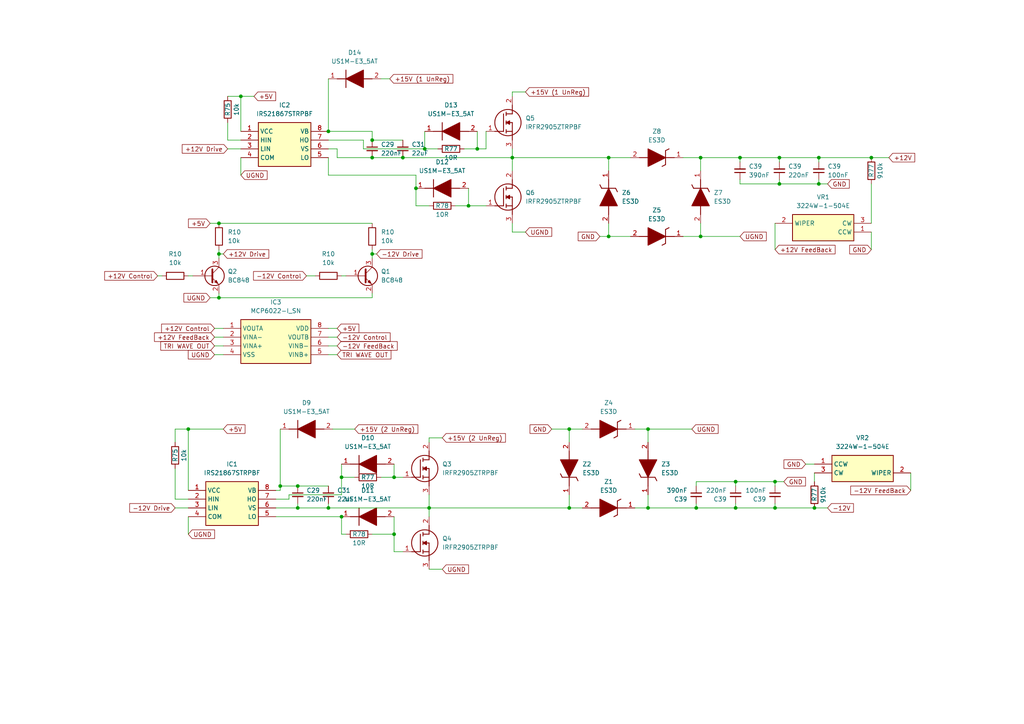
<source format=kicad_sch>
(kicad_sch (version 20230121) (generator eeschema)
  (paper "A4")
  (lib_symbols
    (symbol "Device:C_Small" (pin_numbers hide) (pin_names (offset 0.254) hide)
      (property "Reference" "C" (at 0.254 1.778 0))
      (property "Value" "C_Small" (at 0.254 -2.032 0))
      (symbol "C_Small_0_1"
        (polyline (pts (xy -1.524 -0.508) (xy 1.524 -0.508)) (stroke (width 0.3302)))
        (polyline (pts (xy -1.524 0.508) (xy 1.524 0.508)) (stroke (width 0.3048)))
      )
      (symbol "C_Small_1_1"
        (pin passive line (at 0 2.54 270) (length 2.032) (name "~") (number "1"))
        (pin passive line (at 0 -2.54 90) (length 2.032) (name "~") (number "2"))
      )
    )
    (symbol "Device:R" (pin_numbers hide) (pin_names (offset 0))
      (property "Reference" "R" (at 2.032 0 90))
      (property "Value" "R" (at 0 0 90))
      (symbol "R_0_1"
        (rectangle (start -1.016 -2.54) (end 1.016 2.54) (stroke (width 0.254)))
      )
      (symbol "R_1_1"
        (pin passive line (at 0 3.81 270) (length 1.27) (name "~") (number "1"))
        (pin passive line (at 0 -3.81 90) (length 1.27) (name "~") (number "2"))
      )
    )
    (symbol "SamacSys_Parts:3224W-1-504E"
      (property "Reference" "VR" (at 24.13 7.62 0))
      (property "Value" "3224W-1-504E" (at 24.13 5.08 0))
      (symbol "3224W-1-504E_1_1"
        (rectangle (start 5.08 2.54) (end 22.86 -5.08) (stroke (width 0.254)) (fill (type background)))
        (pin passive line (at 27.94 -2.54 180) (length 5.08) (name "CCW") (number "1"))
        (pin passive line (at 0 0 0) (length 5.08) (name "WIPER") (number "2"))
        (pin passive line (at 27.94 0 180) (length 5.08) (name "CW") (number "3"))
      )
    )
    (symbol "SamacSys_Parts:ES3D" (pin_names hide)
      (property "Reference" "Z" (at 10.16 8.89 0))
      (property "Value" "ES3D" (at 10.16 6.35 0))
      (symbol "ES3D_1_1"
        (polyline (pts (xy 2.54 0) (xy 5.08 0)) (stroke (width 0.254)))
        (polyline (pts (xy 4.064 -2.54) (xy 5.08 -2.032)) (stroke (width 0.254)))
        (polyline (pts (xy 5.08 2.032) (xy 5.08 -2.032)) (stroke (width 0.254)))
        (polyline (pts (xy 5.08 2.032) (xy 6.096 2.54)) (stroke (width 0.254)))
        (polyline (pts (xy 12.7 0) (xy 10.16 0)) (stroke (width 0.254)))
        (polyline (pts (xy 5.08 0) (xy 10.16 2.54) (xy 10.16 -2.54) (xy 5.08 0)) (stroke (width 0.254)) (fill (type outline)))
        (pin passive line (at 0 0 0) (length 2.54) (name "K") (number "1"))
        (pin passive line (at 15.24 0 180) (length 2.54) (name "A") (number "2"))
      )
    )
    (symbol "SamacSys_Parts:IRFR2905ZTRPBF" (pin_names hide)
      (property "Reference" "Q" (at 11.43 3.81 0))
      (property "Value" "IRFR2905ZTRPBF" (at 11.43 1.27 0))
      (symbol "IRFR2905ZTRPBF_1_1"
        (polyline (pts (xy 2.54 0) (xy 5.08 0)) (stroke (width 0.254)))
        (polyline (pts (xy 5.08 5.08) (xy 5.08 0)) (stroke (width 0.254)))
        (polyline (pts (xy 5.842 -0.508) (xy 5.842 0.508)) (stroke (width 0.254)))
        (polyline (pts (xy 5.842 0) (xy 7.62 0)) (stroke (width 0.254)))
        (polyline (pts (xy 5.842 2.032) (xy 5.842 3.048)) (stroke (width 0.254)))
        (polyline (pts (xy 5.842 5.588) (xy 5.842 4.572)) (stroke (width 0.254)))
        (polyline (pts (xy 7.62 2.54) (xy 5.842 2.54)) (stroke (width 0.254)))
        (polyline (pts (xy 7.62 2.54) (xy 7.62 -2.54)) (stroke (width 0.254)))
        (polyline (pts (xy 7.62 5.08) (xy 5.842 5.08)) (stroke (width 0.254)))
        (polyline (pts (xy 7.62 5.08) (xy 7.62 7.62)) (stroke (width 0.254)))
        (polyline (pts (xy 5.842 2.54) (xy 6.858 3.048) (xy 6.858 2.032) (xy 5.842 2.54)) (stroke (width 0.254)) (fill (type outline)))
        (circle (center 6.35 2.54) (radius 3.81) (stroke (width 0.254)))
        (pin passive line (at 0 0 0) (length 2.54) (name "G") (number "1"))
        (pin passive line (at 7.62 10.16 270) (length 2.54) (name "D") (number "2"))
        (pin passive line (at 7.62 -5.08 90) (length 2.54) (name "S") (number "3"))
      )
    )
    (symbol "SamacSys_Parts:IRS21867STRPBF"
      (property "Reference" "IC" (at 21.59 7.62 0))
      (property "Value" "IRS21867STRPBF" (at 21.59 5.08 0))
      (symbol "IRS21867STRPBF_1_1"
        (rectangle (start 5.08 2.54) (end 20.32 -10.16) (stroke (width 0.254)) (fill (type background)))
        (pin passive line (at 0 0 0) (length 5.08) (name "VCC") (number "1"))
        (pin passive line (at 0 -2.54 0) (length 5.08) (name "HIN") (number "2"))
        (pin passive line (at 0 -5.08 0) (length 5.08) (name "LIN") (number "3"))
        (pin passive line (at 0 -7.62 0) (length 5.08) (name "COM") (number "4"))
        (pin passive line (at 25.4 -7.62 180) (length 5.08) (name "LO") (number "5"))
        (pin passive line (at 25.4 -5.08 180) (length 5.08) (name "VS") (number "6"))
        (pin passive line (at 25.4 -2.54 180) (length 5.08) (name "HO") (number "7"))
        (pin passive line (at 25.4 0 180) (length 5.08) (name "VB") (number "8"))
      )
    )
    (symbol "SamacSys_Parts:MCP6022-I_SN"
      (property "Reference" "IC" (at 26.67 7.62 0))
      (property "Value" "MCP6022-I_SN" (at 26.67 5.08 0))
      (symbol "MCP6022-I_SN_1_1"
        (rectangle (start 5.08 2.54) (end 25.4 -10.16) (stroke (width 0.254)) (fill (type background)))
        (pin passive line (at 0 0 0) (length 5.08) (name "VOUTA") (number "1"))
        (pin passive line (at 0 -2.54 0) (length 5.08) (name "VINA-") (number "2"))
        (pin passive line (at 0 -5.08 0) (length 5.08) (name "VINA+") (number "3"))
        (pin passive line (at 0 -7.62 0) (length 5.08) (name "VSS") (number "4"))
        (pin passive line (at 30.48 -7.62 180) (length 5.08) (name "VINB+") (number "5"))
        (pin passive line (at 30.48 -5.08 180) (length 5.08) (name "VINB-") (number "6"))
        (pin passive line (at 30.48 -2.54 180) (length 5.08) (name "VOUTB") (number "7"))
        (pin passive line (at 30.48 0 180) (length 5.08) (name "VDD") (number "8"))
      )
    )
    (symbol "SamacSys_Parts:US1M-E3_5AT" (pin_names hide)
      (property "Reference" "D" (at 11.43 5.08 0))
      (property "Value" "US1M-E3_5AT" (at 11.43 2.54 0))
      (symbol "US1M-E3_5AT_1_1"
        (polyline (pts (xy 2.54 0) (xy 5.08 0)) (stroke (width 0.254)))
        (polyline (pts (xy 5.08 2.54) (xy 5.08 -2.54)) (stroke (width 0.254)))
        (polyline (pts (xy 10.16 0) (xy 12.7 0)) (stroke (width 0.254)))
        (polyline (pts (xy 5.08 0) (xy 10.16 2.54) (xy 10.16 -2.54) (xy 5.08 0)) (stroke (width 0.254)) (fill (type outline)))
        (pin passive line (at 0 0 0) (length 2.54) (name "K") (number "1"))
        (pin passive line (at 15.24 0 180) (length 2.54) (name "A") (number "2"))
      )
    )
    (symbol "Transistor_BJT:BC848" (pin_names (offset 0) hide)
      (property "Reference" "Q" (at 5.08 1.905 0))
      (property "Value" "BC848" (at 5.08 0 0))
      (symbol "BC848_0_1"
        (polyline (pts (xy 0.635 0.635) (xy 2.54 2.54)))
        (polyline (pts (xy 0.635 -0.635) (xy 2.54 -2.54) (xy 2.54 -2.54)))
        (polyline (pts (xy 0.635 1.905) (xy 0.635 -1.905) (xy 0.635 -1.905)) (stroke (width 0.508)))
        (polyline (pts (xy 1.27 -1.778) (xy 1.778 -1.27) (xy 2.286 -2.286) (xy 1.27 -1.778) (xy 1.27 -1.778)) (fill (type outline)))
        (circle (center 1.27 0) (radius 2.8194) (stroke (width 0.254)))
      )
      (symbol "BC848_1_1"
        (pin input line (at -5.08 0 0) (length 5.715) (name "B") (number "1"))
        (pin passive line (at 2.54 -5.08 90) (length 2.54) (name "E") (number "2"))
        (pin passive line (at 2.54 5.08 270) (length 2.54) (name "C") (number "3"))
      )
    )
  )
  (junction (at 237.49 45.72))
  (junction (at 165.1 124.46))
  (junction (at 54.61 124.46))
  (junction (at 63.5 73.66))
  (junction (at 135.89 59.69))
  (junction (at 107.95 73.66))
  (junction (at 213.36 147.32))
  (junction (at 187.96 147.32))
  (junction (at 95.25 147.32))
  (junction (at 176.53 45.72))
  (junction (at 114.3 138.43))
  (junction (at 81.28 140.97))
  (junction (at 236.22 147.32))
  (junction (at 226.06 45.72))
  (junction (at 224.79 147.32))
  (junction (at 114.3 154.94))
  (junction (at 116.84 45.72))
  (junction (at 107.95 40.64))
  (junction (at 63.5 86.36))
  (junction (at 187.96 124.46))
  (junction (at 120.65 54.61))
  (junction (at 203.2 68.58))
  (junction (at 213.36 139.7))
  (junction (at 107.95 45.72))
  (junction (at 237.49 53.34))
  (junction (at 99.06 149.86))
  (junction (at 86.36 140.97))
  (junction (at 99.06 138.43))
  (junction (at 203.2 45.72))
  (junction (at 63.5 64.77))
  (junction (at 123.19 43.18))
  (junction (at 95.25 38.1))
  (junction (at 165.1 147.32))
  (junction (at 224.79 139.7))
  (junction (at 252.73 45.72))
  (junction (at 69.85 27.94))
  (junction (at 201.93 147.32))
  (junction (at 226.06 53.34))
  (junction (at 138.43 43.18))
  (junction (at 86.36 147.32))
  (junction (at 148.59 45.72))
  (junction (at 214.63 45.72))
  (junction (at 176.53 68.58))
  (junction (at 124.46 147.32))
  (wire (pts (xy 201.93 147.32) (xy 213.36 147.32)))
  (wire (pts (xy 252.73 53.34) (xy 252.73 64.77)))
  (wire (pts (xy 201.93 146.05) (xy 201.93 147.32)))
  (wire (pts (xy 63.5 73.66) (xy 64.77 73.66)))
  (wire (pts (xy 63.5 86.36) (xy 60.96 86.36)))
  (wire (pts (xy 226.06 45.72) (xy 237.49 45.72)))
  (wire (pts (xy 114.3 149.86) (xy 114.3 154.94)))
  (wire (pts (xy 66.04 27.94) (xy 69.85 27.94)))
  (wire (pts (xy 107.95 85.09) (xy 107.95 86.36)))
  (wire (pts (xy 176.53 68.58) (xy 182.88 68.58)))
  (wire (pts (xy 81.28 124.46) (xy 81.28 140.97)))
  (wire (pts (xy 95.25 40.64) (xy 105.41 40.64)))
  (wire (pts (xy 114.3 160.02) (xy 116.84 160.02)))
  (wire (pts (xy 69.85 40.64) (xy 66.04 40.64)))
  (wire (pts (xy 187.96 147.32) (xy 201.93 147.32)))
  (wire (pts (xy 95.25 50.8) (xy 95.25 45.72)))
  (wire (pts (xy 237.49 45.72) (xy 252.73 45.72)))
  (wire (pts (xy 138.43 38.1) (xy 138.43 43.18)))
  (wire (pts (xy 148.59 26.67) (xy 148.59 27.94)))
  (wire (pts (xy 226.06 45.72) (xy 226.06 46.99)))
  (wire (pts (xy 69.85 27.94) (xy 73.66 27.94)))
  (wire (pts (xy 184.15 124.46) (xy 187.96 124.46)))
  (wire (pts (xy 236.22 137.16) (xy 236.22 139.7)))
  (wire (pts (xy 237.49 45.72) (xy 237.49 46.99)))
  (wire (pts (xy 124.46 143.51) (xy 124.46 147.32)))
  (wire (pts (xy 165.1 147.32) (xy 168.91 147.32)))
  (wire (pts (xy 80.01 147.32) (xy 86.36 147.32)))
  (wire (pts (xy 173.99 68.58) (xy 176.53 68.58)))
  (wire (pts (xy 95.25 100.33) (xy 97.79 100.33)))
  (wire (pts (xy 105.41 40.64) (xy 105.41 43.18)))
  (wire (pts (xy 95.25 147.32) (xy 95.25 146.05)))
  (wire (pts (xy 252.73 67.31) (xy 252.73 72.39)))
  (wire (pts (xy 224.79 147.32) (xy 236.22 147.32)))
  (wire (pts (xy 160.02 124.46) (xy 165.1 124.46)))
  (wire (pts (xy 107.95 40.64) (xy 107.95 38.1)))
  (wire (pts (xy 165.1 124.46) (xy 165.1 128.27)))
  (wire (pts (xy 198.12 68.58) (xy 203.2 68.58)))
  (wire (pts (xy 176.53 64.77) (xy 176.53 68.58)))
  (wire (pts (xy 62.23 97.79) (xy 64.77 97.79)))
  (wire (pts (xy 237.49 53.34) (xy 226.06 53.34)))
  (wire (pts (xy 83.82 144.78) (xy 83.82 143.51)))
  (wire (pts (xy 124.46 127) (xy 124.46 128.27)))
  (wire (pts (xy 107.95 154.94) (xy 114.3 154.94)))
  (wire (pts (xy 132.08 59.69) (xy 135.89 59.69)))
  (wire (pts (xy 203.2 45.72) (xy 214.63 45.72)))
  (wire (pts (xy 201.93 139.7) (xy 201.93 140.97)))
  (wire (pts (xy 97.79 45.72) (xy 107.95 45.72)))
  (wire (pts (xy 62.23 95.25) (xy 64.77 95.25)))
  (wire (pts (xy 214.63 53.34) (xy 214.63 52.07)))
  (wire (pts (xy 240.03 53.34) (xy 237.49 53.34)))
  (wire (pts (xy 50.8 124.46) (xy 50.8 128.27)))
  (wire (pts (xy 102.87 124.46) (xy 96.52 124.46)))
  (wire (pts (xy 99.06 138.43) (xy 102.87 138.43)))
  (wire (pts (xy 187.96 124.46) (xy 200.66 124.46)))
  (wire (pts (xy 86.36 147.32) (xy 86.36 146.05)))
  (wire (pts (xy 88.9 80.01) (xy 91.44 80.01)))
  (wire (pts (xy 66.04 35.56) (xy 66.04 40.64)))
  (wire (pts (xy 203.2 64.77) (xy 203.2 68.58)))
  (wire (pts (xy 45.72 80.01) (xy 46.99 80.01)))
  (wire (pts (xy 54.61 124.46) (xy 50.8 124.46)))
  (wire (pts (xy 187.96 143.51) (xy 187.96 147.32)))
  (wire (pts (xy 105.41 43.18) (xy 123.19 43.18)))
  (wire (pts (xy 110.49 138.43) (xy 114.3 138.43)))
  (wire (pts (xy 203.2 68.58) (xy 214.63 68.58)))
  (wire (pts (xy 95.25 147.32) (xy 124.46 147.32)))
  (wire (pts (xy 81.28 140.97) (xy 86.36 140.97)))
  (wire (pts (xy 252.73 45.72) (xy 257.81 45.72)))
  (wire (pts (xy 237.49 52.07) (xy 237.49 53.34)))
  (wire (pts (xy 214.63 45.72) (xy 226.06 45.72)))
  (wire (pts (xy 80.01 144.78) (xy 83.82 144.78)))
  (wire (pts (xy 135.89 59.69) (xy 140.97 59.69)))
  (wire (pts (xy 107.95 40.64) (xy 116.84 40.64)))
  (wire (pts (xy 54.61 149.86) (xy 54.61 154.94)))
  (wire (pts (xy 69.85 27.94) (xy 69.85 38.1)))
  (wire (pts (xy 95.25 50.8) (xy 120.65 50.8)))
  (wire (pts (xy 176.53 45.72) (xy 182.88 45.72)))
  (wire (pts (xy 213.36 139.7) (xy 213.36 140.97)))
  (wire (pts (xy 224.79 139.7) (xy 224.79 140.97)))
  (wire (pts (xy 203.2 45.72) (xy 203.2 49.53)))
  (wire (pts (xy 233.68 134.62) (xy 236.22 134.62)))
  (wire (pts (xy 107.95 72.39) (xy 107.95 73.66)))
  (wire (pts (xy 95.25 97.79) (xy 97.79 97.79)))
  (wire (pts (xy 95.25 102.87) (xy 97.79 102.87)))
  (wire (pts (xy 97.79 43.18) (xy 95.25 43.18)))
  (wire (pts (xy 138.43 43.18) (xy 140.97 43.18)))
  (wire (pts (xy 224.79 146.05) (xy 224.79 147.32)))
  (wire (pts (xy 124.46 165.1) (xy 128.27 165.1)))
  (wire (pts (xy 99.06 154.94) (xy 100.33 154.94)))
  (wire (pts (xy 66.04 43.18) (xy 69.85 43.18)))
  (wire (pts (xy 176.53 45.72) (xy 176.53 49.53)))
  (wire (pts (xy 83.82 143.51) (xy 99.06 143.51)))
  (wire (pts (xy 124.46 147.32) (xy 165.1 147.32)))
  (wire (pts (xy 124.46 127) (xy 128.27 127)))
  (wire (pts (xy 99.06 149.86) (xy 99.06 154.94)))
  (wire (pts (xy 227.33 139.7) (xy 224.79 139.7)))
  (wire (pts (xy 95.25 22.86) (xy 95.25 38.1)))
  (wire (pts (xy 50.8 144.78) (xy 54.61 144.78)))
  (wire (pts (xy 148.59 43.18) (xy 148.59 45.72)))
  (wire (pts (xy 62.23 100.33) (xy 64.77 100.33)))
  (wire (pts (xy 148.59 67.31) (xy 152.4 67.31)))
  (wire (pts (xy 140.97 43.18) (xy 140.97 38.1)))
  (wire (pts (xy 99.06 80.01) (xy 100.33 80.01)))
  (wire (pts (xy 63.5 73.66) (xy 63.5 74.93)))
  (wire (pts (xy 114.3 138.43) (xy 116.84 138.43)))
  (wire (pts (xy 114.3 154.94) (xy 114.3 160.02)))
  (wire (pts (xy 120.65 54.61) (xy 120.65 59.69)))
  (wire (pts (xy 198.12 45.72) (xy 203.2 45.72)))
  (wire (pts (xy 123.19 43.18) (xy 127 43.18)))
  (wire (pts (xy 60.96 64.77) (xy 63.5 64.77)))
  (wire (pts (xy 63.5 72.39) (xy 63.5 73.66)))
  (wire (pts (xy 264.16 137.16) (xy 264.16 142.24)))
  (wire (pts (xy 184.15 147.32) (xy 187.96 147.32)))
  (wire (pts (xy 62.23 102.87) (xy 64.77 102.87)))
  (wire (pts (xy 134.62 43.18) (xy 138.43 43.18)))
  (wire (pts (xy 123.19 38.1) (xy 123.19 43.18)))
  (wire (pts (xy 236.22 147.32) (xy 240.03 147.32)))
  (wire (pts (xy 165.1 143.51) (xy 165.1 147.32)))
  (wire (pts (xy 114.3 134.62) (xy 114.3 138.43)))
  (wire (pts (xy 120.65 50.8) (xy 120.65 54.61)))
  (wire (pts (xy 187.96 124.46) (xy 187.96 128.27)))
  (wire (pts (xy 69.85 45.72) (xy 69.85 50.8)))
  (wire (pts (xy 226.06 52.07) (xy 226.06 53.34)))
  (wire (pts (xy 110.49 22.86) (xy 113.03 22.86)))
  (wire (pts (xy 107.95 45.72) (xy 116.84 45.72)))
  (wire (pts (xy 214.63 45.72) (xy 214.63 46.99)))
  (wire (pts (xy 99.06 134.62) (xy 99.06 138.43)))
  (wire (pts (xy 95.25 95.25) (xy 97.79 95.25)))
  (wire (pts (xy 81.28 140.97) (xy 81.28 142.24)))
  (wire (pts (xy 120.65 59.69) (xy 124.46 59.69)))
  (wire (pts (xy 135.89 54.61) (xy 135.89 59.69)))
  (wire (pts (xy 109.22 73.66) (xy 107.95 73.66)))
  (wire (pts (xy 97.79 45.72) (xy 97.79 43.18)))
  (wire (pts (xy 224.79 139.7) (xy 213.36 139.7)))
  (wire (pts (xy 148.59 64.77) (xy 148.59 67.31)))
  (wire (pts (xy 165.1 124.46) (xy 168.91 124.46)))
  (wire (pts (xy 99.06 143.51) (xy 99.06 138.43)))
  (wire (pts (xy 86.36 147.32) (xy 95.25 147.32)))
  (wire (pts (xy 54.61 80.01) (xy 55.88 80.01)))
  (wire (pts (xy 50.8 135.89) (xy 50.8 144.78)))
  (wire (pts (xy 224.79 64.77) (xy 224.79 72.39)))
  (wire (pts (xy 148.59 45.72) (xy 176.53 45.72)))
  (wire (pts (xy 148.59 45.72) (xy 148.59 49.53)))
  (wire (pts (xy 64.77 124.46) (xy 54.61 124.46)))
  (wire (pts (xy 107.95 73.66) (xy 107.95 74.93)))
  (wire (pts (xy 86.36 140.97) (xy 95.25 140.97)))
  (wire (pts (xy 107.95 86.36) (xy 63.5 86.36)))
  (wire (pts (xy 226.06 53.34) (xy 214.63 53.34)))
  (wire (pts (xy 80.01 149.86) (xy 99.06 149.86)))
  (wire (pts (xy 213.36 147.32) (xy 224.79 147.32)))
  (wire (pts (xy 63.5 85.09) (xy 63.5 86.36)))
  (wire (pts (xy 50.8 147.32) (xy 54.61 147.32)))
  (wire (pts (xy 148.59 26.67) (xy 152.4 26.67)))
  (wire (pts (xy 213.36 146.05) (xy 213.36 147.32)))
  (wire (pts (xy 80.01 142.24) (xy 81.28 142.24)))
  (wire (pts (xy 116.84 45.72) (xy 148.59 45.72)))
  (wire (pts (xy 124.46 147.32) (xy 124.46 149.86)))
  (wire (pts (xy 63.5 64.77) (xy 107.95 64.77)))
  (wire (pts (xy 107.95 38.1) (xy 95.25 38.1)))
  (wire (pts (xy 54.61 124.46) (xy 54.61 142.24)))
  (wire (pts (xy 213.36 139.7) (xy 201.93 139.7)))
  (global_label "+12V Drive" (shape input) (at 64.77 73.66 0) (property "Intersheetrefs" "${INTERSHEET_REFS}" (effects hide)))
  (global_label "-12V" (shape input) (at 240.03 147.32 0) (property "Intersheetrefs" "${INTERSHEET_REFS}" (effects hide)))
  (global_label "GND" (shape input) (at 252.73 72.39 180) (property "Intersheetrefs" "${INTERSHEET_REFS}" (effects hide)))
  (global_label "GND" (shape input) (at 160.02 124.46 180) (property "Intersheetrefs" "${INTERSHEET_REFS}" (effects hide)))
  (global_label "GND" (shape input) (at 227.33 139.7 0) (property "Intersheetrefs" "${INTERSHEET_REFS}" (effects hide)))
  (global_label "-12V Drive" (shape input) (at 109.22 73.66 0) (property "Intersheetrefs" "${INTERSHEET_REFS}" (effects hide)))
  (global_label "+12V FeedBack" (shape input) (at 62.23 97.79 180) (property "Intersheetrefs" "${INTERSHEET_REFS}" (effects hide)))
  (global_label "+15V (2 UnReg)" (shape input) (at 128.27 127 0) (property "Intersheetrefs" "${INTERSHEET_REFS}" (effects hide)))
  (global_label "UGND" (shape input) (at 62.23 102.87 180) (property "Intersheetrefs" "${INTERSHEET_REFS}" (effects hide)))
  (global_label "UGND" (shape input) (at 200.66 124.46 0) (property "Intersheetrefs" "${INTERSHEET_REFS}" (effects hide)))
  (global_label "+12V Drive" (shape input) (at 66.04 43.18 180) (property "Intersheetrefs" "${INTERSHEET_REFS}" (effects hide)))
  (global_label "TRI WAVE OUT" (shape input) (at 97.79 102.87 0) (property "Intersheetrefs" "${INTERSHEET_REFS}" (effects hide)))
  (global_label "UGND" (shape input) (at 69.85 50.8 0) (property "Intersheetrefs" "${INTERSHEET_REFS}" (effects hide)))
  (global_label "-12V FeedBack" (shape input) (at 97.79 100.33 0) (property "Intersheetrefs" "${INTERSHEET_REFS}" (effects hide)))
  (global_label "+15V (2 UnReg)" (shape input) (at 102.87 124.46 0) (property "Intersheetrefs" "${INTERSHEET_REFS}" (effects hide)))
  (global_label "+5V" (shape input) (at 60.96 64.77 180) (property "Intersheetrefs" "${INTERSHEET_REFS}" (effects hide)))
  (global_label "UGND" (shape input) (at 128.27 165.1 0) (property "Intersheetrefs" "${INTERSHEET_REFS}" (effects hide)))
  (global_label "GND" (shape input) (at 233.68 134.62 180) (property "Intersheetrefs" "${INTERSHEET_REFS}" (effects hide)))
  (global_label "-12V Control" (shape input) (at 97.79 97.79 0) (property "Intersheetrefs" "${INTERSHEET_REFS}" (effects hide)))
  (global_label "+12V Control" (shape input) (at 45.72 80.01 180) (property "Intersheetrefs" "${INTERSHEET_REFS}" (effects hide)))
  (global_label "-12V Control" (shape input) (at 88.9 80.01 180) (property "Intersheetrefs" "${INTERSHEET_REFS}" (effects hide)))
  (global_label "+15V (1 UnReg)" (shape input) (at 113.03 22.86 0) (property "Intersheetrefs" "${INTERSHEET_REFS}" (effects hide)))
  (global_label "+5V" (shape input) (at 73.66 27.94 0) (property "Intersheetrefs" "${INTERSHEET_REFS}" (effects hide)))
  (global_label "+5V" (shape input) (at 97.79 95.25 0) (property "Intersheetrefs" "${INTERSHEET_REFS}" (effects hide)))
  (global_label "UGND" (shape input) (at 214.63 68.58 0) (property "Intersheetrefs" "${INTERSHEET_REFS}" (effects hide)))
  (global_label "-12V FeedBack" (shape input) (at 264.16 142.24 180) (property "Intersheetrefs" "${INTERSHEET_REFS}" (effects hide)))
  (global_label "-12V Drive" (shape input) (at 50.8 147.32 180) (property "Intersheetrefs" "${INTERSHEET_REFS}" (effects hide)))
  (global_label "GND" (shape input) (at 173.99 68.58 180) (property "Intersheetrefs" "${INTERSHEET_REFS}" (effects hide)))
  (global_label "GND" (shape input) (at 240.03 53.34 0) (property "Intersheetrefs" "${INTERSHEET_REFS}" (effects hide)))
  (global_label "+12V Control" (shape input) (at 62.23 95.25 180) (property "Intersheetrefs" "${INTERSHEET_REFS}" (effects hide)))
  (global_label "+12V" (shape input) (at 257.81 45.72 0) (property "Intersheetrefs" "${INTERSHEET_REFS}" (effects hide)))
  (global_label "TRI WAVE OUT" (shape input) (at 62.23 100.33 180) (property "Intersheetrefs" "${INTERSHEET_REFS}" (effects hide)))
  (global_label "+5V" (shape input) (at 64.77 124.46 0) (property "Intersheetrefs" "${INTERSHEET_REFS}" (effects hide)))
  (global_label "+12V FeedBack" (shape input) (at 224.79 72.39 0) (property "Intersheetrefs" "${INTERSHEET_REFS}" (effects hide)))
  (global_label "UGND" (shape input) (at 54.61 154.94 0) (property "Intersheetrefs" "${INTERSHEET_REFS}" (effects hide)))
  (global_label "+15V (1 UnReg)" (shape input) (at 152.4 26.67 0) (property "Intersheetrefs" "${INTERSHEET_REFS}" (effects hide)))
  (global_label "UGND" (shape input) (at 60.96 86.36 180) (property "Intersheetrefs" "${INTERSHEET_REFS}" (effects hide)))
  (global_label "UGND" (shape input) (at 152.4 67.31 0) (property "Intersheetrefs" "${INTERSHEET_REFS}" (effects hide)))
  (symbol (lib_id "Transistor_BJT:BC848") (at 105.41 80.01 0) (unit 1)
    (property "Reference" "Q1" (at 110.49 78.74 0) (effects (justify left)))
    (property "Value" "BC848" (at 110.49 81.28 0) (effects (justify left)))
    (property "Footprint" "Package_TO_SOT_SMD:SOT-23" (effects hide))
    (property "Datasheet" "http://www.infineon.com/dgdl/Infineon-BC847SERIES_BC848SERIES_BC849SERIES_BC850SERIES-DS-v01_01-en.pdf?fileId=db3a304314dca389011541d4630a1657" (effects hide))
    (instances (project "New PSU for Projects" (path "" (reference "Q1") (unit 1)) (path "" (reference "Q8") (unit 1))))
  )
  (symbol (lib_id "Device:R") (at 130.81 43.18 270) (unit 1)
    (property "Reference" "R77" (at 130.81 43.18 90))
    (property "Value" "10R" (at 130.81 45.72 90))
    (property "Footprint" "Resistor_SMD:R_1206_3216Metric" (effects hide))
    (instances (project "RPi Arcade Hat V0-4" (path "" (reference "R77") (unit 1))) (project "New PSU for Projects" (path "" (reference "R12") (unit 1))))
  )
  (symbol (lib_id "Device:R") (at 252.73 49.53 0) (unit 1)
    (property "Reference" "R77" (at 252.73 49.53 90))
    (property "Value" "910k" (at 255.27 49.53 90))
    (property "Footprint" "Resistor_SMD:R_1206_3216Metric" (effects hide))
    (instances (project "RPi Arcade Hat V0-4" (path "" (reference "R77") (unit 1))) (project "New PSU for Projects" (path "" (reference "R22") (unit 1))))
  )
  (symbol (lib_id "Device:C_Small") (at 116.84 43.18 180) (unit 1)
    (property "Reference" "C31" (at 119.38 41.9035 0) (effects (justify right)))
    (property "Value" "22uF" (at 119.38 44.4435 0) (effects (justify right)))
    (property "Footprint" "Capacitor_SMD:C_1206_3216Metric" (effects hide))
    (instances (project "RPi Arcade Hat V0-4" (path "" (reference "C31") (unit 1))) (project "New PSU for Projects" (path "" (reference "C17") (unit 1))))
  )
  (symbol (lib_id "SamacSys_Parts:ES3D") (at 184.15 124.46 180) (unit 1)
    (property "Reference" "Z4" (at 176.53 116.84 0))
    (property "Value" "ES3D" (at 176.53 119.38 0))
    (property "Footprint" "DIOM8059X265N" (effects hide))
    (property "Height" "2.65" (effects hide))
    (property "Manufacturer_Name" "onsemi" (effects hide))
    (property "Manufacturer_Part_Number" "ES3D" (effects hide))
  )
  (symbol (lib_id "Device:R") (at 50.8 80.01 90) (unit 1)
    (property "Reference" "R10" (at 50.8 73.66 90))
    (property "Value" "10k" (at 50.8 76.2 90))
    (property "Footprint" "Resistor_SMD:R_1206_3216Metric" (effects hide))
    (instances (project "RPi Arcade Hat V0-4" (path "" (reference "R10") (unit 1))) (project "New PSU for Projects" (path "" (reference "R10") (unit 1)) (path "" (reference "R17") (unit 1))))
  )
  (symbol (lib_id "SamacSys_Parts:US1M-E3_5AT") (at 81.28 124.46 0) (unit 1)
    (property "Reference" "D9" (at 88.9 116.84 0))
    (property "Value" "US1M-E3_5AT" (at 88.9 119.38 0))
    (property "Footprint" "DIOM5127X229N" (effects hide))
    (property "Datasheet" "https://www.vishay.com/docs/88768/us1.pdf" (effects hide))
    (property "Height" "2.29" (effects hide))
    (property "Manufacturer_Name" "Vishay" (effects hide))
    (property "Manufacturer_Part_Number" "US1M-E3/5AT" (effects hide))
  )
  (symbol (lib_id "SamacSys_Parts:ES3D") (at 176.53 49.53 270) (unit 1)
    (property "Reference" "Z6" (at 180.34 55.88 90) (effects (justify left)))
    (property "Value" "ES3D" (at 180.34 58.42 90) (effects (justify left)))
    (property "Footprint" "DIOM8059X265N" (effects hide))
    (property "Height" "2.65" (effects hide))
    (property "Manufacturer_Name" "onsemi" (effects hide))
    (property "Manufacturer_Part_Number" "ES3D" (effects hide))
  )
  (symbol (lib_id "SamacSys_Parts:US1M-E3_5AT") (at 123.19 38.1 0) (unit 1)
    (property "Reference" "D13" (at 130.81 30.48 0))
    (property "Value" "US1M-E3_5AT" (at 130.81 33.02 0))
    (property "Footprint" "DIOM5127X229N" (effects hide))
    (property "Datasheet" "https://www.vishay.com/docs/88768/us1.pdf" (effects hide))
    (property "Height" "2.29" (effects hide))
    (property "Manufacturer_Name" "Vishay" (effects hide))
    (property "Manufacturer_Part_Number" "US1M-E3/5AT" (effects hide))
  )
  (symbol (lib_id "Device:R") (at 50.8 132.08 0) (unit 1)
    (property "Reference" "R75" (at 50.8 132.08 90))
    (property "Value" "10k" (at 53.34 132.08 90))
    (property "Footprint" "Resistor_SMD:R_1206_3216Metric" (effects hide))
    (instances (project "RPi Arcade Hat V0-4" (path "" (reference "R75") (unit 1))) (project "New PSU for Projects" (path "" (reference "R14") (unit 1))))
  )
  (symbol (lib_id "SamacSys_Parts:IRS21867STRPBF") (at 69.85 38.1 0) (unit 1)
    (property "Reference" "IC2" (at 82.55 30.48 0))
    (property "Value" "IRS21867STRPBF" (at 82.55 33.02 0))
    (property "Footprint" "SOIC127P600X175-8N" (effects hide))
    (property "Datasheet" "https://www.infineon.com/cms/en/product/power/gate-driver-ics/?" (effects hide))
    (property "Height" "1.75" (effects hide))
    (property "Manufacturer_Name" "Infineon" (effects hide))
    (property "Manufacturer_Part_Number" "IRS21867STRPBF" (effects hide))
  )
  (symbol (lib_id "Device:C_Small") (at 224.79 143.51 0) (unit 1)
    (property "Reference" "C39" (at 222.25 144.7865 0) (effects (justify right)))
    (property "Value" "100nF" (at 222.25 142.2465 0) (effects (justify right)))
    (property "Footprint" "Capacitor_SMD:C_1206_3216Metric" (effects hide))
    (instances (project "RPi Arcade Hat V0-4" (path "" (reference "C39") (unit 1))) (project "New PSU for Projects" (path "" (reference "C31") (unit 1))))
  )
  (symbol (lib_id "SamacSys_Parts:3224W-1-504E") (at 264.16 137.16 180) (unit 1)
    (property "Reference" "VR2" (at 250.19 127 0))
    (property "Value" "3224W-1-504E" (at 250.19 129.54 0))
    (property "Footprint" "3224W1205E" (effects hide))
    (property "Datasheet" "https://www.bourns.com/docs/Product-Datasheets/3224.pdf" (effects hide))
    (property "Height" "5" (effects hide))
    (property "Manufacturer_Name" "Bourns" (effects hide))
    (property "Manufacturer_Part_Number" "3224W-1-504E" (effects hide))
  )
  (symbol (lib_id "Transistor_BJT:BC848") (at 60.96 80.01 0) (unit 1)
    (property "Reference" "Q2" (at 66.04 78.74 0) (effects (justify left)))
    (property "Value" "BC848" (at 66.04 81.28 0) (effects (justify left)))
    (property "Footprint" "Package_TO_SOT_SMD:SOT-23" (effects hide))
    (property "Datasheet" "http://www.infineon.com/dgdl/Infineon-BC847SERIES_BC848SERIES_BC849SERIES_BC850SERIES-DS-v01_01-en.pdf?fileId=db3a304314dca389011541d4630a1657" (effects hide))
    (instances (project "New PSU for Projects" (path "" (reference "Q2") (unit 1)) (path "" (reference "Q7") (unit 1))))
  )
  (symbol (lib_id "SamacSys_Parts:3224W-1-504E") (at 224.79 64.77 0) (unit 1)
    (property "Reference" "VR1" (at 238.76 57.15 0))
    (property "Value" "3224W-1-504E" (at 238.76 59.69 0))
    (property "Footprint" "3224W1205E" (effects hide))
    (property "Datasheet" "https://www.bourns.com/docs/Product-Datasheets/3224.pdf" (effects hide))
    (property "Height" "5" (effects hide))
    (property "Manufacturer_Name" "Bourns" (effects hide))
    (property "Manufacturer_Part_Number" "3224W-1-504E" (effects hide))
  )
  (symbol (lib_id "Device:R") (at 236.22 143.51 0) (unit 1)
    (property "Reference" "R77" (at 236.22 143.51 90))
    (property "Value" "910k" (at 238.76 143.51 90))
    (property "Footprint" "Resistor_SMD:R_1206_3216Metric" (effects hide))
    (instances (project "RPi Arcade Hat V0-4" (path "" (reference "R77") (unit 1))) (project "New PSU for Projects" (path "" (reference "R21") (unit 1))))
  )
  (symbol (lib_id "SamacSys_Parts:US1M-E3_5AT") (at 120.65 54.61 0) (unit 1)
    (property "Reference" "D12" (at 128.27 46.99 0))
    (property "Value" "US1M-E3_5AT" (at 128.27 49.53 0))
    (property "Footprint" "DIOM5127X229N" (effects hide))
    (property "Datasheet" "https://www.vishay.com/docs/88768/us1.pdf" (effects hide))
    (property "Height" "2.29" (effects hide))
    (property "Manufacturer_Name" "Vishay" (effects hide))
    (property "Manufacturer_Part_Number" "US1M-E3/5AT" (effects hide))
  )
  (symbol (lib_id "Device:R") (at 128.27 59.69 270) (unit 1)
    (property "Reference" "R78" (at 128.27 59.69 90))
    (property "Value" "10R" (at 128.27 62.23 90))
    (property "Footprint" "Resistor_SMD:R_1206_3216Metric" (effects hide))
    (instances (project "RPi Arcade Hat V0-4" (path "" (reference "R78") (unit 1))) (project "New PSU for Projects" (path "" (reference "R13") (unit 1))))
  )
  (symbol (lib_id "SamacSys_Parts:ES3D") (at 184.15 147.32 180) (unit 1)
    (property "Reference" "Z1" (at 176.53 139.7 0))
    (property "Value" "ES3D" (at 176.53 142.24 0))
    (property "Footprint" "DIOM8059X265N" (effects hide))
    (property "Height" "2.65" (effects hide))
    (property "Manufacturer_Name" "onsemi" (effects hide))
    (property "Manufacturer_Part_Number" "ES3D" (effects hide))
  )
  (symbol (lib_id "Device:R") (at 66.04 31.75 0) (unit 1)
    (property "Reference" "R75" (at 66.04 31.75 90))
    (property "Value" "10k" (at 68.58 31.75 90))
    (property "Footprint" "Resistor_SMD:R_1206_3216Metric" (effects hide))
    (instances (project "RPi Arcade Hat V0-4" (path "" (reference "R75") (unit 1))) (project "New PSU for Projects" (path "" (reference "R11") (unit 1))))
  )
  (symbol (lib_id "Device:C_Small") (at 201.93 143.51 0) (unit 1)
    (property "Reference" "C39" (at 199.39 144.7865 0) (effects (justify right)))
    (property "Value" "390nF" (at 199.39 142.2465 0) (effects (justify right)))
    (property "Footprint" "Capacitor_SMD:C_1206_3216Metric" (effects hide))
    (instances (project "RPi Arcade Hat V0-4" (path "" (reference "C39") (unit 1))) (project "New PSU for Projects" (path "" (reference "C28") (unit 1))))
  )
  (symbol (lib_id "Device:R") (at 63.5 68.58 180) (unit 1)
    (property "Reference" "R10" (at 66.04 67.31 0) (effects (justify right)))
    (property "Value" "10k" (at 66.04 69.85 0) (effects (justify right)))
    (property "Footprint" "Resistor_SMD:R_1206_3216Metric" (effects hide))
    (instances (project "RPi Arcade Hat V0-4" (path "" (reference "R10") (unit 1))) (project "New PSU for Projects" (path "" (reference "R8") (unit 1)) (path "" (reference "R18") (unit 1))))
  )
  (symbol (lib_id "Device:C_Small") (at 237.49 49.53 180) (unit 1)
    (property "Reference" "C39" (at 240.03 48.2535 0) (effects (justify right)))
    (property "Value" "100nF" (at 240.03 50.7935 0) (effects (justify right)))
    (property "Footprint" "Capacitor_SMD:C_1206_3216Metric" (effects hide))
    (instances (project "RPi Arcade Hat V0-4" (path "" (reference "C39") (unit 1))) (project "New PSU for Projects" (path "" (reference "C33") (unit 1))))
  )
  (symbol (lib_id "SamacSys_Parts:ES3D") (at 198.12 68.58 180) (unit 1)
    (property "Reference" "Z5" (at 190.5 60.96 0))
    (property "Value" "ES3D" (at 190.5 63.5 0))
    (property "Footprint" "DIOM8059X265N" (effects hide))
    (property "Height" "2.65" (effects hide))
    (property "Manufacturer_Name" "onsemi" (effects hide))
    (property "Manufacturer_Part_Number" "ES3D" (effects hide))
  )
  (symbol (lib_id "SamacSys_Parts:IRS21867STRPBF") (at 54.61 142.24 0) (unit 1)
    (property "Reference" "IC1" (at 67.31 134.62 0))
    (property "Value" "IRS21867STRPBF" (at 67.31 137.16 0))
    (property "Footprint" "SOIC127P600X175-8N" (effects hide))
    (property "Datasheet" "https://www.infineon.com/cms/en/product/power/gate-driver-ics/?" (effects hide))
    (property "Height" "1.75" (effects hide))
    (property "Manufacturer_Name" "Infineon" (effects hide))
    (property "Manufacturer_Part_Number" "IRS21867STRPBF" (effects hide))
  )
  (symbol (lib_id "SamacSys_Parts:MCP6022-I_SN") (at 64.77 95.25 0) (unit 1)
    (property "Reference" "IC3" (at 80.01 87.63 0))
    (property "Value" "MCP6022-I_SN" (at 80.01 90.17 0))
    (property "Footprint" "SOIC127P600X175-8N" (effects hide))
    (property "Datasheet" "https://datasheet.datasheetarchive.com/originals/distributors/Datasheets-DGA24/1612719.pdf" (effects hide))
    (property "Height" "1.75" (effects hide))
    (property "Manufacturer_Name" "Microchip" (effects hide))
    (property "Manufacturer_Part_Number" "MCP6022-I/SN" (effects hide))
  )
  (symbol (lib_id "Device:C_Small") (at 213.36 143.51 0) (unit 1)
    (property "Reference" "C39" (at 210.82 144.7865 0) (effects (justify right)))
    (property "Value" "220nF" (at 210.82 142.2465 0) (effects (justify right)))
    (property "Footprint" "Capacitor_SMD:C_1206_3216Metric" (effects hide))
    (instances (project "RPi Arcade Hat V0-4" (path "" (reference "C39") (unit 1))) (project "New PSU for Projects" (path "" (reference "C30") (unit 1))))
  )
  (symbol (lib_id "SamacSys_Parts:ES3D") (at 187.96 143.51 90) (unit 1)
    (property "Reference" "Z3" (at 191.77 134.62 90) (effects (justify right)))
    (property "Value" "ES3D" (at 191.77 137.16 90) (effects (justify right)))
    (property "Footprint" "DIOM8059X265N" (effects hide))
    (property "Height" "2.65" (effects hide))
    (property "Manufacturer_Name" "onsemi" (effects hide))
    (property "Manufacturer_Part_Number" "ES3D" (effects hide))
  )
  (symbol (lib_id "SamacSys_Parts:ES3D") (at 165.1 143.51 90) (unit 1)
    (property "Reference" "Z2" (at 168.91 134.62 90) (effects (justify right)))
    (property "Value" "ES3D" (at 168.91 137.16 90) (effects (justify right)))
    (property "Footprint" "DIOM8059X265N" (effects hide))
    (property "Height" "2.65" (effects hide))
    (property "Manufacturer_Name" "onsemi" (effects hide))
    (property "Manufacturer_Part_Number" "ES3D" (effects hide))
  )
  (symbol (lib_id "SamacSys_Parts:IRFR2905ZTRPBF") (at 140.97 38.1 0) (unit 1)
    (property "Reference" "Q5" (at 152.4 34.29 0) (effects (justify left)))
    (property "Value" "IRFR2905ZTRPBF" (at 152.4 36.83 0) (effects (justify left)))
    (property "Footprint" "IRFR2905ZTRPBF" (effects hide))
    (property "Datasheet" "https://www.infineon.com/dgdl/irfr2905zpbf.pdf?fileId=5546d462533600a401535630e7222088" (effects hide))
    (property "Height" "2.52" (effects hide))
    (property "Manufacturer_Name" "Infineon" (effects hide))
    (property "Manufacturer_Part_Number" "IRFR2905ZTRPBF" (effects hide))
  )
  (symbol (lib_id "SamacSys_Parts:US1M-E3_5AT") (at 99.06 134.62 0) (unit 1)
    (property "Reference" "D10" (at 106.68 127 0))
    (property "Value" "US1M-E3_5AT" (at 106.68 129.54 0))
    (property "Footprint" "DIOM5127X229N" (effects hide))
    (property "Datasheet" "https://www.vishay.com/docs/88768/us1.pdf" (effects hide))
    (property "Height" "2.29" (effects hide))
    (property "Manufacturer_Name" "Vishay" (effects hide))
    (property "Manufacturer_Part_Number" "US1M-E3/5AT" (effects hide))
  )
  (symbol (lib_id "SamacSys_Parts:IRFR2905ZTRPBF") (at 116.84 138.43 0) (unit 1)
    (property "Reference" "Q3" (at 128.27 134.62 0) (effects (justify left)))
    (property "Value" "IRFR2905ZTRPBF" (at 128.27 137.16 0) (effects (justify left)))
    (property "Footprint" "IRFR2905ZTRPBF" (effects hide))
    (property "Datasheet" "https://www.infineon.com/dgdl/irfr2905zpbf.pdf?fileId=5546d462533600a401535630e7222088" (effects hide))
    (property "Height" "2.52" (effects hide))
    (property "Manufacturer_Name" "Infineon" (effects hide))
    (property "Manufacturer_Part_Number" "IRFR2905ZTRPBF" (effects hide))
  )
  (symbol (lib_id "Device:C_Small") (at 107.95 43.18 0) (unit 1)
    (property "Reference" "C29" (at 110.49 41.9162 0) (effects (justify left)))
    (property "Value" "220nF" (at 110.49 44.4562 0) (effects (justify left)))
    (property "Footprint" "Capacitor_SMD:C_1206_3216Metric" (effects hide))
    (instances (project "RPi Arcade Hat V0-4" (path "" (reference "C29") (unit 1))) (project "New PSU for Projects" (path "" (reference "C16") (unit 1))))
  )
  (symbol (lib_id "Device:R") (at 104.14 154.94 270) (unit 1)
    (property "Reference" "R78" (at 104.14 154.94 90))
    (property "Value" "10R" (at 104.14 157.48 90))
    (property "Footprint" "Resistor_SMD:R_1206_3216Metric" (effects hide))
    (instances (project "RPi Arcade Hat V0-4" (path "" (reference "R78") (unit 1))) (project "New PSU for Projects" (path "" (reference "R16") (unit 1))))
  )
  (symbol (lib_id "SamacSys_Parts:ES3D") (at 203.2 49.53 270) (unit 1)
    (property "Reference" "Z7" (at 207.01 55.88 90) (effects (justify left)))
    (property "Value" "ES3D" (at 207.01 58.42 90) (effects (justify left)))
    (property "Footprint" "DIOM8059X265N" (effects hide))
    (property "Height" "2.65" (effects hide))
    (property "Manufacturer_Name" "onsemi" (effects hide))
    (property "Manufacturer_Part_Number" "ES3D" (effects hide))
  )
  (symbol (lib_id "SamacSys_Parts:US1M-E3_5AT") (at 99.06 149.86 0) (unit 1)
    (property "Reference" "D11" (at 106.68 142.24 0))
    (property "Value" "US1M-E3_5AT" (at 106.68 144.78 0))
    (property "Footprint" "DIOM5127X229N" (effects hide))
    (property "Datasheet" "https://www.vishay.com/docs/88768/us1.pdf" (effects hide))
    (property "Height" "2.29" (effects hide))
    (property "Manufacturer_Name" "Vishay" (effects hide))
    (property "Manufacturer_Part_Number" "US1M-E3/5AT" (effects hide))
  )
  (symbol (lib_id "SamacSys_Parts:IRFR2905ZTRPBF") (at 140.97 59.69 0) (unit 1)
    (property "Reference" "Q6" (at 152.4 55.88 0) (effects (justify left)))
    (property "Value" "IRFR2905ZTRPBF" (at 152.4 58.42 0) (effects (justify left)))
    (property "Footprint" "IRFR2905ZTRPBF" (effects hide))
    (property "Datasheet" "https://www.infineon.com/dgdl/irfr2905zpbf.pdf?fileId=5546d462533600a401535630e7222088" (effects hide))
    (property "Height" "2.52" (effects hide))
    (property "Manufacturer_Name" "Infineon" (effects hide))
    (property "Manufacturer_Part_Number" "IRFR2905ZTRPBF" (effects hide))
  )
  (symbol (lib_id "Device:R") (at 106.68 138.43 270) (unit 1)
    (property "Reference" "R77" (at 106.68 138.43 90))
    (property "Value" "10R" (at 106.68 140.97 90))
    (property "Footprint" "Resistor_SMD:R_1206_3216Metric" (effects hide))
    (instances (project "RPi Arcade Hat V0-4" (path "" (reference "R77") (unit 1))) (project "New PSU for Projects" (path "" (reference "R15") (unit 1))))
  )
  (symbol (lib_id "SamacSys_Parts:US1M-E3_5AT") (at 95.25 22.86 0) (unit 1)
    (property "Reference" "D14" (at 102.87 15.24 0))
    (property "Value" "US1M-E3_5AT" (at 102.87 17.78 0))
    (property "Footprint" "DIOM5127X229N" (effects hide))
    (property "Datasheet" "https://www.vishay.com/docs/88768/us1.pdf" (effects hide))
    (property "Height" "2.29" (effects hide))
    (property "Manufacturer_Name" "Vishay" (effects hide))
    (property "Manufacturer_Part_Number" "US1M-E3/5AT" (effects hide))
  )
  (symbol (lib_id "Device:C_Small") (at 95.25 143.51 180) (unit 1)
    (property "Reference" "C31" (at 97.79 142.2335 0) (effects (justify right)))
    (property "Value" "22uF" (at 97.79 144.7735 0) (effects (justify right)))
    (property "Footprint" "Capacitor_SMD:C_1206_3216Metric" (effects hide))
    (instances (project "RPi Arcade Hat V0-4" (path "" (reference "C31") (unit 1))) (project "New PSU for Projects" (path "" (reference "C24") (unit 1))))
  )
  (symbol (lib_id "Device:R") (at 107.95 68.58 180) (unit 1)
    (property "Reference" "R10" (at 110.49 67.31 0) (effects (justify right)))
    (property "Value" "10k" (at 110.49 69.85 0) (effects (justify right)))
    (property "Footprint" "Resistor_SMD:R_1206_3216Metric" (effects hide))
    (instances (project "RPi Arcade Hat V0-4" (path "" (reference "R10") (unit 1))) (project "New PSU for Projects" (path "" (reference "R7") (unit 1)) (path "" (reference "R20") (unit 1))))
  )
  (symbol (lib_id "SamacSys_Parts:IRFR2905ZTRPBF") (at 116.84 160.02 0) (unit 1)
    (property "Reference" "Q4" (at 128.27 156.21 0) (effects (justify left)))
    (property "Value" "IRFR2905ZTRPBF" (at 128.27 158.75 0) (effects (justify left)))
    (property "Footprint" "IRFR2905ZTRPBF" (effects hide))
    (property "Datasheet" "https://www.infineon.com/dgdl/irfr2905zpbf.pdf?fileId=5546d462533600a401535630e7222088" (effects hide))
    (property "Height" "2.52" (effects hide))
    (property "Manufacturer_Name" "Infineon" (effects hide))
    (property "Manufacturer_Part_Number" "IRFR2905ZTRPBF" (effects hide))
  )
  (symbol (lib_id "Device:C_Small") (at 86.36 143.51 0) (unit 1)
    (property "Reference" "C29" (at 88.9 142.2462 0) (effects (justify left)))
    (property "Value" "220nF" (at 88.9 144.7862 0) (effects (justify left)))
    (property "Footprint" "Capacitor_SMD:C_1206_3216Metric" (effects hide))
    (instances (project "RPi Arcade Hat V0-4" (path "" (reference "C29") (unit 1))) (project "New PSU for Projects" (path "" (reference "C23") (unit 1))))
  )
  (symbol (lib_id "SamacSys_Parts:ES3D") (at 198.12 45.72 180) (unit 1)
    (property "Reference" "Z8" (at 190.5 38.1 0))
    (property "Value" "ES3D" (at 190.5 40.64 0))
    (property "Footprint" "DIOM8059X265N" (effects hide))
    (property "Height" "2.65" (effects hide))
    (property "Manufacturer_Name" "onsemi" (effects hide))
    (property "Manufacturer_Part_Number" "ES3D" (effects hide))
  )
  (symbol (lib_id "Device:R") (at 95.25 80.01 90) (unit 1)
    (property "Reference" "R10" (at 95.25 73.66 90))
    (property "Value" "10k" (at 95.25 76.2 90))
    (property "Footprint" "Resistor_SMD:R_1206_3216Metric" (effects hide))
    (instances (project "RPi Arcade Hat V0-4" (path "" (reference "R10") (unit 1))) (project "New PSU for Projects" (path "" (reference "R9") (unit 1)) (path "" (reference "R19") (unit 1))))
  )
  (symbol (lib_id "Device:C_Small") (at 214.63 49.53 180) (unit 1)
    (property "Reference" "C39" (at 217.17 48.2535 0) (effects (justify right)))
    (property "Value" "390nF" (at 217.17 50.7935 0) (effects (justify right)))
    (property "Footprint" "Capacitor_SMD:C_1206_3216Metric" (effects hide))
    (instances (project "RPi Arcade Hat V0-4" (path "" (reference "C39") (unit 1))) (project "New PSU for Projects" (path "" (reference "C21") (unit 1))))
  )
  (symbol (lib_id "Device:C_Small") (at 226.06 49.53 180) (unit 1)
    (property "Reference" "C39" (at 228.6 48.2535 0) (effects (justify right)))
    (property "Value" "220nF" (at 228.6 50.7935 0) (effects (justify right)))
    (property "Footprint" "Capacitor_SMD:C_1206_3216Metric" (effects hide))
    (instances (project "RPi Arcade Hat V0-4" (path "" (reference "C39") (unit 1))) (project "New PSU for Projects" (path "" (reference "C32") (unit 1))))
  )
)
</source>
